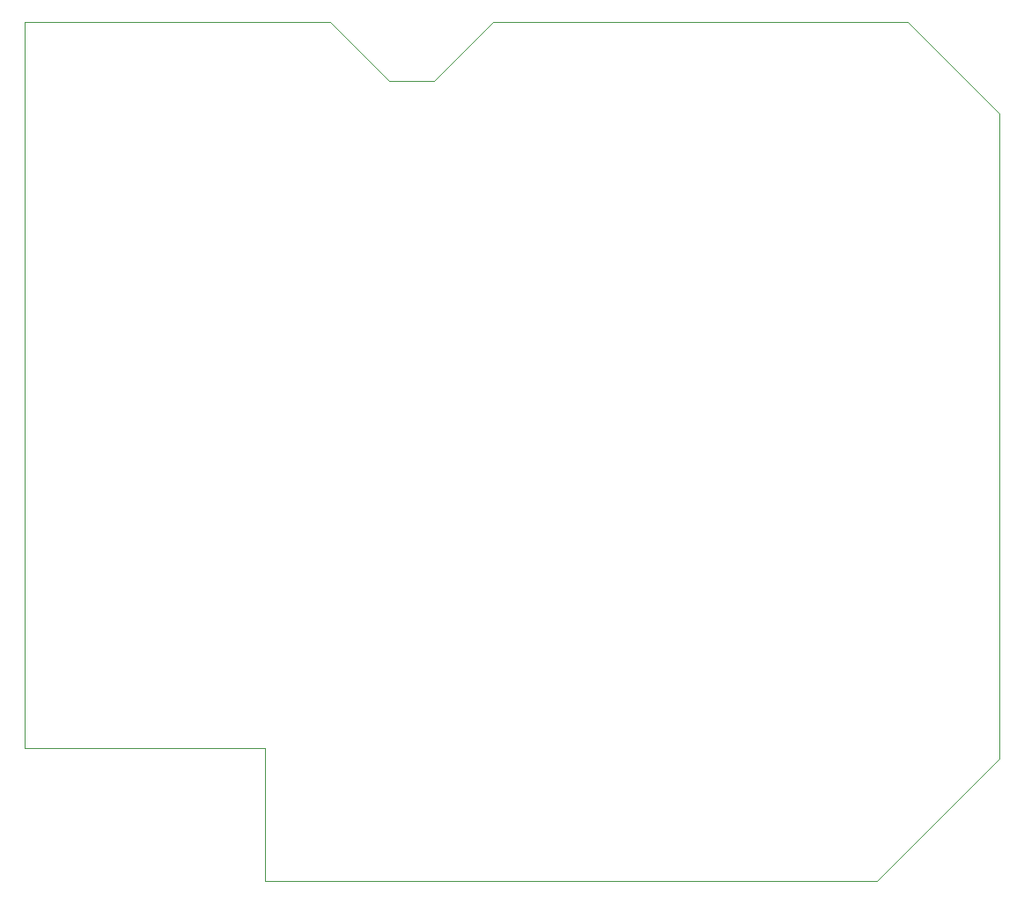
<source format=gbr>
%TF.GenerationSoftware,KiCad,Pcbnew,6.0.5-a6ca702e91~116~ubuntu21.10.1*%
%TF.CreationDate,2022-11-22T05:46:07-07:00*%
%TF.ProjectId,Desktop_50_Pin_TopConn,4465736b-746f-4705-9f35-305f50696e5f,rev?*%
%TF.SameCoordinates,Original*%
%TF.FileFunction,Profile,NP*%
%FSLAX46Y46*%
G04 Gerber Fmt 4.6, Leading zero omitted, Abs format (unit mm)*
G04 Created by KiCad (PCBNEW 6.0.5-a6ca702e91~116~ubuntu21.10.1) date 2022-11-22 05:46:07*
%MOMM*%
%LPD*%
G01*
G04 APERTURE LIST*
%TA.AperFunction,Profile*%
%ADD10C,0.100000*%
%TD*%
G04 APERTURE END LIST*
D10*
X139335000Y-69460000D02*
X145005000Y-63800000D01*
X145005000Y-63800000D02*
X184930000Y-63800000D01*
X135025000Y-69460000D02*
X129355000Y-63800000D01*
X193680000Y-134620000D02*
X193680000Y-72550000D01*
X181900000Y-146410000D02*
X193680000Y-134620000D01*
X139335000Y-69460000D02*
X135025000Y-69460000D01*
X123121420Y-146410000D02*
X140716000Y-146410000D01*
X184930000Y-63800000D02*
X193680000Y-72550000D01*
X100000000Y-133600000D02*
X123121420Y-133600000D01*
X181900000Y-146410000D02*
X140716000Y-146410000D01*
X123121420Y-133600000D02*
X123121420Y-146410000D01*
X129355000Y-63800000D02*
X100000000Y-63800000D01*
X100000000Y-63800000D02*
X100000000Y-133600000D01*
M02*

</source>
